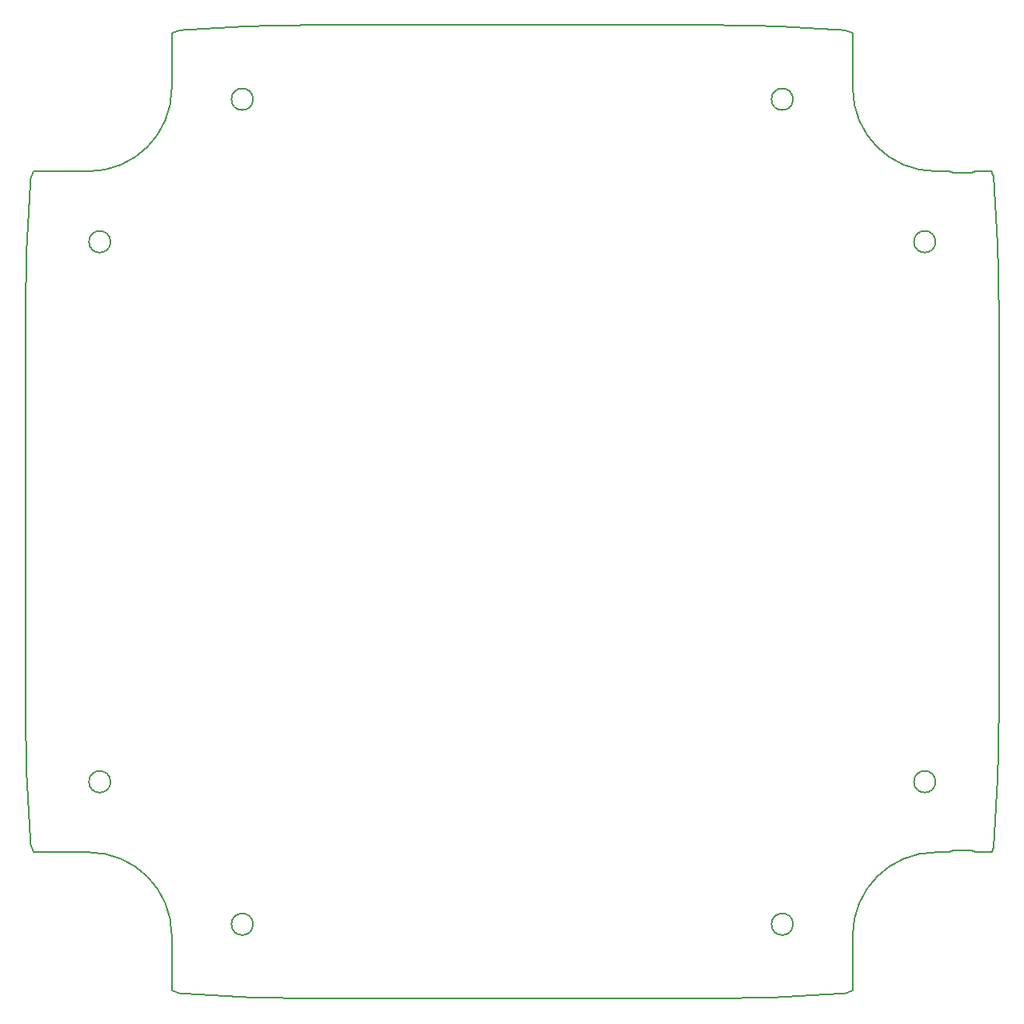
<source format=gbr>
G04 #@! TF.GenerationSoftware,KiCad,Pcbnew,(5.0.2)-1*
G04 #@! TF.CreationDate,2019-02-02T15:46:14-06:00*
G04 #@! TF.ProjectId,Motor test module,4d6f746f-7220-4746-9573-74206d6f6475,rev?*
G04 #@! TF.SameCoordinates,Original*
G04 #@! TF.FileFunction,Profile,NP*
%FSLAX46Y46*%
G04 Gerber Fmt 4.6, Leading zero omitted, Abs format (unit mm)*
G04 Created by KiCad (PCBNEW (5.0.2)-1) date 2/2/2019 3:46:14 PM*
%MOMM*%
%LPD*%
G01*
G04 APERTURE LIST*
%ADD10C,0.200000*%
G04 APERTURE END LIST*
D10*
X179319950Y-131172700D02*
G75*
G03X179319950Y-131172700I-1143000J0D01*
G01*
X185212900Y-138628000D02*
X185213700Y-138627800D01*
X185213700Y-138627800D02*
X185214500Y-138627500D01*
X185212100Y-138628300D02*
X185212900Y-138628000D01*
X185208200Y-138629500D02*
X185209000Y-138629300D01*
X185210600Y-138628800D02*
X185211300Y-138628600D01*
X185207400Y-138629800D02*
X185208200Y-138629500D01*
X185209000Y-138629300D02*
X185209800Y-138629100D01*
X185209800Y-138629100D02*
X185210600Y-138628800D01*
X185211300Y-138628600D02*
X185212100Y-138628300D01*
X185206600Y-138630000D02*
X185207400Y-138629800D01*
X185214500Y-138627500D02*
X185215300Y-138627200D01*
X185241800Y-138612200D02*
X185242500Y-138611700D01*
X185239900Y-138613700D02*
X185240500Y-138613200D01*
X185234400Y-138617500D02*
X185235100Y-138617100D01*
X185233000Y-138618400D02*
X185233700Y-138618000D01*
X185239200Y-138614200D02*
X185239900Y-138613700D01*
X185241200Y-138612700D02*
X185241800Y-138612200D01*
X185243800Y-138610700D02*
X185244400Y-138610100D01*
X185240500Y-138613200D02*
X185241200Y-138612700D01*
X185235800Y-138616600D02*
X185236500Y-138616100D01*
X185233700Y-138618000D02*
X185234400Y-138617500D01*
X185243100Y-138611200D02*
X185243800Y-138610700D01*
X185237900Y-138615200D02*
X185238500Y-138614700D01*
X185235100Y-138617100D02*
X185235800Y-138616600D01*
X185237200Y-138615700D02*
X185237900Y-138615200D01*
X185236500Y-138616100D02*
X185237200Y-138615700D01*
X185242500Y-138611700D02*
X185243100Y-138611200D01*
X185232300Y-138618800D02*
X185233000Y-138618400D01*
X185231600Y-138619300D02*
X185232300Y-138618800D01*
X185245000Y-138609600D02*
X185245700Y-138609100D01*
X185246300Y-138608500D02*
X185246900Y-138608000D01*
X185238500Y-138614700D02*
X185239200Y-138614200D01*
X185245700Y-138609100D02*
X185246300Y-138608500D01*
X185244400Y-138610100D02*
X185245000Y-138609600D01*
X89689700Y-138633188D02*
G75*
G02X98485212Y-147428700I0J-8795512D01*
G01*
X83858644Y-138633188D02*
X89689700Y-138633188D01*
X113883200Y-154127188D02*
G75*
G02X99325088Y-153563435I0J188252925D01*
G01*
X89689700Y-66562212D02*
X83858644Y-66562212D01*
X169716312Y-153563435D02*
G75*
G02X155158200Y-154127188I-14558112J187689172D01*
G01*
X98485212Y-147428700D02*
X98485212Y-153259756D01*
X82991212Y-81960200D02*
X82991212Y-123235200D01*
X82991212Y-81960200D02*
G75*
G02X83554965Y-67402088I188252926J0D01*
G01*
X83554965Y-137793312D02*
G75*
G02X82991212Y-123235200I187689173J14558112D01*
G01*
X170556188Y-153259756D02*
X170556188Y-147428700D01*
X113883200Y-154127188D02*
X155158200Y-154127188D01*
X185409600Y-138219400D02*
X185411300Y-138213200D01*
X185402200Y-138244000D02*
X185404100Y-138237900D01*
X185384700Y-138299300D02*
X185386700Y-138293100D01*
X185404100Y-138237900D02*
X185405900Y-138231700D01*
X185344900Y-138408400D02*
X185347300Y-138402400D01*
X185370000Y-138341900D02*
X185372100Y-138335800D01*
X185365600Y-138354000D02*
X185367800Y-138348000D01*
X185405900Y-138231700D02*
X185407800Y-138225500D01*
X185394600Y-138268600D02*
X185396600Y-138262500D01*
X185429600Y-138144800D02*
X185431200Y-138138600D01*
X185428100Y-138151000D02*
X185429600Y-138144800D01*
X185426500Y-138157300D02*
X185428100Y-138151000D01*
X185424900Y-138163500D02*
X185426500Y-138157300D01*
X185413100Y-138207000D02*
X185414800Y-138200800D01*
X185423200Y-138169700D02*
X185424900Y-138163500D01*
X185378500Y-138317600D02*
X185380600Y-138311500D01*
X185352000Y-138390300D02*
X185354300Y-138384300D01*
X185342500Y-138414400D02*
X185344900Y-138408400D01*
X185396600Y-138262500D02*
X185398500Y-138256300D01*
X185382600Y-138305400D02*
X185384700Y-138299300D01*
X185388700Y-138287000D02*
X185390700Y-138280900D01*
X185418300Y-138188400D02*
X185419900Y-138182200D01*
X185380600Y-138311500D02*
X185382600Y-138305400D01*
X185349700Y-138396400D02*
X185352000Y-138390300D01*
X185374300Y-138329700D02*
X185376400Y-138323700D01*
X185421600Y-138176000D02*
X185423200Y-138169700D01*
X185411300Y-138213200D02*
X185413100Y-138207000D01*
X185419900Y-138182200D02*
X185421600Y-138176000D01*
X185416600Y-138194600D02*
X185418300Y-138188400D01*
X185356600Y-138378300D02*
X185358900Y-138372200D01*
X185340100Y-138420400D02*
X185342500Y-138414400D01*
X185407800Y-138225500D02*
X185409600Y-138219400D01*
X185398500Y-138256300D02*
X185400400Y-138250200D01*
X185392700Y-138274800D02*
X185394600Y-138268600D01*
X185372100Y-138335800D02*
X185374300Y-138329700D01*
X185376400Y-138323700D02*
X185378500Y-138317600D01*
X185361100Y-138366200D02*
X185363400Y-138360100D01*
X185390700Y-138280900D02*
X185392700Y-138274800D01*
X185347300Y-138402400D02*
X185349700Y-138396400D01*
X185400400Y-138250200D02*
X185402200Y-138244000D01*
X185358900Y-138372200D02*
X185361100Y-138366200D01*
X185386700Y-138293100D02*
X185388700Y-138287000D01*
X185363400Y-138360100D02*
X185365600Y-138354000D01*
X185414800Y-138200800D02*
X185416600Y-138194600D01*
X185354300Y-138384300D02*
X185356600Y-138378300D01*
X185367800Y-138348000D02*
X185370000Y-138341900D01*
X185479000Y-137871400D02*
X185479700Y-137864900D01*
X185459300Y-138006100D02*
X185460400Y-137999800D01*
X185472500Y-137923000D02*
X185473400Y-137916600D01*
X185478200Y-137877800D02*
X185479000Y-137871400D01*
X185477500Y-137884300D02*
X185478200Y-137877800D01*
X185476700Y-137890800D02*
X185477500Y-137884300D01*
X185440100Y-138101000D02*
X185441500Y-138094700D01*
X185475900Y-137897200D02*
X185476700Y-137890800D01*
X185475100Y-137903700D02*
X185475900Y-137897200D01*
X185474200Y-137910100D02*
X185475100Y-137903700D01*
X185473400Y-137916600D02*
X185474200Y-137910100D01*
X185453400Y-138037900D02*
X185454600Y-138031500D01*
X185449600Y-138056900D02*
X185450900Y-138050500D01*
X185463700Y-137980600D02*
X185464700Y-137974300D01*
X185471600Y-137929400D02*
X185472500Y-137923000D01*
X185441500Y-138094700D02*
X185442900Y-138088400D01*
X185432700Y-138132300D02*
X185434200Y-138126000D01*
X185442900Y-138088400D02*
X185444300Y-138082100D01*
X185470700Y-137935800D02*
X185471600Y-137929400D01*
X185462600Y-137987000D02*
X185463700Y-137980600D01*
X185437200Y-138113500D02*
X185438600Y-138107200D01*
X185458100Y-138012500D02*
X185459300Y-138006100D01*
X185445600Y-138075800D02*
X185447000Y-138069500D01*
X185452100Y-138044200D02*
X185453400Y-138037900D01*
X185438600Y-138107200D02*
X185440100Y-138101000D01*
X185444300Y-138082100D02*
X185445600Y-138075800D01*
X185434200Y-138126000D02*
X185435700Y-138119800D01*
X185460400Y-137999800D02*
X185461500Y-137993400D01*
X185450900Y-138050500D02*
X185452100Y-138044200D01*
X185448300Y-138063200D02*
X185449600Y-138056900D01*
X185431200Y-138138600D02*
X185432700Y-138132300D01*
X185466800Y-137961500D02*
X185467800Y-137955100D01*
X185481100Y-137851900D02*
X185481800Y-137845400D01*
X185457000Y-138018800D02*
X185458100Y-138012500D01*
X185447000Y-138069500D02*
X185448300Y-138063200D01*
X185455800Y-138025200D02*
X185457000Y-138018800D01*
X185464700Y-137974300D02*
X185465800Y-137967900D01*
X185469700Y-137942300D02*
X185470700Y-137935800D01*
X185435700Y-138119800D02*
X185437200Y-138113500D01*
X185461500Y-137993400D02*
X185462600Y-137987000D01*
X185468800Y-137948700D02*
X185469700Y-137942300D01*
X185467800Y-137955100D02*
X185468800Y-137948700D01*
X185465800Y-137967900D02*
X185466800Y-137961500D01*
X185454600Y-138031500D02*
X185455800Y-138025200D01*
X185480400Y-137858400D02*
X185481100Y-137851900D01*
X185479700Y-137864900D02*
X185480400Y-137858400D01*
X164238700Y-58941450D02*
G75*
G03X164238700Y-58941450I-1143000J0D01*
G01*
X92007450Y-74022700D02*
G75*
G03X92007450Y-74022700I-1143000J0D01*
G01*
X185195100Y-66563100D02*
X185194300Y-66563000D01*
X107088700Y-146253950D02*
G75*
G03X107088700Y-146253950I-1143000J0D01*
G01*
X185191800Y-66562700D02*
X185191000Y-66562600D01*
X185192600Y-66562800D02*
X185191800Y-66562700D01*
X185191000Y-66562600D02*
X185190200Y-66562500D01*
X164238700Y-146253950D02*
G75*
G03X164238700Y-146253950I-1143000J0D01*
G01*
X185182756Y-66562212D02*
X183594094Y-66562212D01*
X185193400Y-66562900D02*
X185192600Y-66562800D01*
X185186100Y-66562300D02*
X185185200Y-66562200D01*
X185195900Y-66563200D02*
X185195100Y-66563100D01*
X185196700Y-66563300D02*
X185195900Y-66563200D01*
X185186900Y-66562300D02*
X185186100Y-66562300D01*
X185185200Y-66562200D02*
X185184400Y-66562200D01*
X185194300Y-66563000D02*
X185193400Y-66562900D01*
X92007450Y-131172700D02*
G75*
G03X92007450Y-131172700I-1143000J0D01*
G01*
X185190200Y-66562500D02*
X185189300Y-66562500D01*
X179319950Y-74022700D02*
G75*
G03X179319950Y-74022700I-1143000J0D01*
G01*
X107088700Y-58941450D02*
G75*
G03X107088700Y-58941450I-1143000J0D01*
G01*
X185184400Y-66562200D02*
X185183600Y-66562200D01*
X185189300Y-66562500D02*
X185188500Y-66562400D01*
X185183600Y-66562200D02*
X185182800Y-66562200D01*
X183109931Y-66735808D02*
X183594094Y-66562212D01*
X185188500Y-66562400D02*
X185187700Y-66562400D01*
X185187700Y-66562400D02*
X185186900Y-66562300D01*
X180738690Y-66562212D02*
X181222854Y-66735808D01*
X185221100Y-66570600D02*
X185220400Y-66570300D01*
X185227100Y-66573500D02*
X185226300Y-66573200D01*
X185230000Y-66575100D02*
X185229200Y-66574700D01*
X185240300Y-66582000D02*
X185239600Y-66581500D01*
X185210300Y-66566500D02*
X185209500Y-66566300D01*
X185216600Y-66568700D02*
X185215800Y-66568400D01*
X185211900Y-66567000D02*
X185211100Y-66566800D01*
X185225600Y-66572800D02*
X185224900Y-66572400D01*
X185224900Y-66572400D02*
X185224100Y-66572000D01*
X185239600Y-66581500D02*
X185239000Y-66581000D01*
X185234200Y-66577700D02*
X185233500Y-66577300D01*
X185217300Y-66569000D02*
X185216600Y-66568700D01*
X185224100Y-66572000D02*
X185223400Y-66571700D01*
X185197500Y-66563400D02*
X185196700Y-66563300D01*
X185234900Y-66578200D02*
X185234200Y-66577700D01*
X185198300Y-66563600D02*
X185197500Y-66563400D01*
X185199100Y-66563700D02*
X185198300Y-66563600D01*
X185199900Y-66563900D02*
X185199100Y-66563700D01*
X185200800Y-66564000D02*
X185199900Y-66563900D01*
X185201600Y-66564200D02*
X185200800Y-66564000D01*
X185226300Y-66573200D02*
X185225600Y-66572800D01*
X185233500Y-66577300D02*
X185232800Y-66576800D01*
X185202400Y-66564400D02*
X185201600Y-66564200D01*
X185203200Y-66564600D02*
X185202400Y-66564400D01*
X185223400Y-66571700D02*
X185222600Y-66571300D01*
X185214200Y-66567800D02*
X185213500Y-66567600D01*
X185204000Y-66564800D02*
X185203200Y-66564600D01*
X185204800Y-66564900D02*
X185204000Y-66564800D01*
X185205600Y-66565200D02*
X185204800Y-66564900D01*
X185220400Y-66570300D02*
X185219600Y-66570000D01*
X185232100Y-66576400D02*
X185231400Y-66576000D01*
X185235600Y-66578600D02*
X185234900Y-66578200D01*
X185227800Y-66573900D02*
X185227100Y-66573500D01*
X185211100Y-66566800D02*
X185210300Y-66566500D01*
X185212700Y-66567300D02*
X185211900Y-66567000D01*
X185229200Y-66574700D02*
X185228500Y-66574300D01*
X185218100Y-66569300D02*
X185217300Y-66569000D01*
X185236300Y-66579100D02*
X185235600Y-66578600D01*
X185242300Y-66583500D02*
X185241600Y-66583000D01*
X185244200Y-66585100D02*
X185243600Y-66584600D01*
X185215000Y-66568100D02*
X185214200Y-66567800D01*
X185207200Y-66565600D02*
X185206400Y-66565400D01*
X185208700Y-66566000D02*
X185208000Y-66565800D01*
X185209500Y-66566300D02*
X185208700Y-66566000D01*
X185237000Y-66579600D02*
X185236300Y-66579100D01*
X185213500Y-66567600D02*
X185212700Y-66567300D01*
X185219600Y-66570000D02*
X185218800Y-66569600D01*
X185232800Y-66576800D02*
X185232100Y-66576400D01*
X185241000Y-66582500D02*
X185240300Y-66582000D01*
X185237600Y-66580000D02*
X185237000Y-66579600D01*
X185221900Y-66571000D02*
X185221100Y-66570600D01*
X185239000Y-66581000D02*
X185238300Y-66580500D01*
X185243600Y-66584600D02*
X185242900Y-66584000D01*
X185222600Y-66571300D02*
X185221900Y-66571000D01*
X185228500Y-66574300D02*
X185227800Y-66573900D01*
X185242900Y-66584000D02*
X185242300Y-66583500D01*
X185230700Y-66575600D02*
X185230000Y-66575100D01*
X185231400Y-66576000D02*
X185230700Y-66575600D01*
X185241600Y-66583000D02*
X185241000Y-66582500D01*
X185215800Y-66568400D02*
X185215000Y-66568100D01*
X185238300Y-66580500D02*
X185237600Y-66580000D01*
X185206400Y-66565400D02*
X185205600Y-66565200D01*
X185208000Y-66565800D02*
X185207200Y-66565600D01*
X185218800Y-66569600D02*
X185218100Y-66569300D01*
X185256600Y-138597800D02*
X185257100Y-138597200D01*
X185254400Y-138600300D02*
X185255000Y-138599700D01*
X185253900Y-138601000D02*
X185254400Y-138600300D01*
X185249900Y-138605100D02*
X185250500Y-138604500D01*
X185249300Y-138605700D02*
X185249900Y-138605100D01*
X185248700Y-138606300D02*
X185249300Y-138605700D01*
X185246900Y-138608000D02*
X185247500Y-138607400D01*
X185250500Y-138604500D02*
X185251100Y-138604000D01*
X185255000Y-138599700D02*
X185255500Y-138599100D01*
X185257100Y-138597200D02*
X185257600Y-138596600D01*
X185248100Y-138606800D02*
X185248700Y-138606300D01*
X185259100Y-138594600D02*
X185259600Y-138594000D01*
X185256100Y-138598500D02*
X185256600Y-138597800D01*
X185247500Y-138607400D02*
X185248100Y-138606800D01*
X185258600Y-138595300D02*
X185259100Y-138594600D01*
X185258100Y-138595900D02*
X185258600Y-138595300D01*
X185257600Y-138596600D02*
X185258100Y-138595900D01*
X185255500Y-138599100D02*
X185256100Y-138598500D01*
X185251100Y-138604000D02*
X185251600Y-138603400D01*
X185253300Y-138601600D02*
X185253900Y-138601000D01*
X185252200Y-138602800D02*
X185252800Y-138602200D01*
X185251600Y-138603400D02*
X185252200Y-138602800D01*
X185252800Y-138602200D02*
X185253300Y-138601600D01*
X185307100Y-138498100D02*
X185309700Y-138492100D01*
X185285100Y-138545400D02*
X185287900Y-138539500D01*
X185335300Y-138432400D02*
X185337700Y-138426400D01*
X185330300Y-138444400D02*
X185332800Y-138438400D01*
X185332800Y-138438400D02*
X185335300Y-138432400D01*
X185320200Y-138468300D02*
X185322700Y-138462300D01*
X185327800Y-138450400D02*
X185330300Y-138444400D01*
X185293500Y-138527700D02*
X185296200Y-138521800D01*
X185325300Y-138456400D02*
X185327800Y-138450400D01*
X185287900Y-138539500D02*
X185290700Y-138533600D01*
X185322700Y-138462300D02*
X185325300Y-138456400D01*
X185279400Y-138557200D02*
X185282300Y-138551300D01*
X185296200Y-138521800D02*
X185299000Y-138515800D01*
X185317600Y-138474300D02*
X185320200Y-138468300D01*
X185304400Y-138504000D02*
X185307100Y-138498100D01*
X185290700Y-138533600D02*
X185293500Y-138527700D01*
X185299000Y-138515800D02*
X185301700Y-138509900D01*
X185315000Y-138480200D02*
X185317600Y-138474300D01*
X185309700Y-138492100D02*
X185312400Y-138486200D01*
X185282300Y-138551300D02*
X185285100Y-138545400D01*
X185312400Y-138486200D02*
X185315000Y-138480200D01*
X185301700Y-138509900D02*
X185304400Y-138504000D01*
X185337700Y-138426400D02*
X185340100Y-138420400D01*
X155158200Y-51068212D02*
G75*
G02X169716312Y-51631965I0J-188252926D01*
G01*
X179351700Y-66562212D02*
G75*
G02X170556188Y-57766700I0J8795512D01*
G01*
X183109931Y-66735808D02*
X181222854Y-66735808D01*
X98485212Y-57766700D02*
G75*
G02X89689700Y-66562212I-8795512J0D01*
G01*
X170556188Y-57766700D02*
X170556188Y-51935644D01*
X98485212Y-51935644D02*
X98485212Y-57766700D01*
X99325088Y-51631965D02*
G75*
G02X113883200Y-51068212I14558112J-187689173D01*
G01*
X155158200Y-51068212D02*
X113883200Y-51068212D01*
X180738690Y-66562212D02*
X179351700Y-66562212D01*
X185205000Y-138630400D02*
X185205800Y-138630200D01*
X185203400Y-138630800D02*
X185204200Y-138630600D01*
X185204200Y-138630600D02*
X185205000Y-138630400D01*
X185197700Y-138631900D02*
X185198500Y-138631800D01*
X185202600Y-138631000D02*
X185203400Y-138630800D01*
X185201700Y-138631200D02*
X185202600Y-138631000D01*
X185200100Y-138631500D02*
X185200900Y-138631300D01*
X185199300Y-138631600D02*
X185200100Y-138631500D01*
X185200900Y-138631300D02*
X185201700Y-138631200D01*
X185198500Y-138631800D02*
X185199300Y-138631600D01*
X185205800Y-138630200D02*
X185206600Y-138630000D01*
X185249700Y-66590100D02*
X185249100Y-66589500D01*
X185252100Y-66592400D02*
X185251500Y-66591800D01*
X185254300Y-66594900D02*
X185253800Y-66594300D01*
X185258500Y-66600000D02*
X185258000Y-66599300D01*
X185244800Y-66585600D02*
X185244200Y-66585100D01*
X185245500Y-66586200D02*
X185244800Y-66585600D01*
X185246100Y-66586700D02*
X185245500Y-66586200D01*
X185246700Y-66587300D02*
X185246100Y-66586700D01*
X185259000Y-66600600D02*
X185258500Y-66600000D01*
X185247300Y-66587800D02*
X185246700Y-66587300D01*
X185247900Y-66588400D02*
X185247300Y-66587800D01*
X185253200Y-66593700D02*
X185252600Y-66593000D01*
X185248500Y-66588900D02*
X185247900Y-66588400D01*
X185255400Y-66596100D02*
X185254900Y-66595500D01*
X185249100Y-66589500D02*
X185248500Y-66588900D01*
X185250300Y-66590700D02*
X185249700Y-66590100D01*
X185250900Y-66591300D02*
X185250300Y-66590700D01*
X185259500Y-66601300D02*
X185259000Y-66600600D01*
X185251500Y-66591800D02*
X185250900Y-66591300D01*
X185257500Y-66598700D02*
X185257000Y-66598000D01*
X185258000Y-66599300D02*
X185257500Y-66598700D01*
X185255900Y-66596800D02*
X185255400Y-66596100D01*
X185256500Y-66597400D02*
X185255900Y-66596800D01*
X185257000Y-66598000D02*
X185256500Y-66597400D01*
X185260000Y-66602000D02*
X185259500Y-66601300D01*
X185254900Y-66595500D02*
X185254300Y-66594900D01*
X185252600Y-66593000D02*
X185252100Y-66592400D01*
X185253800Y-66594300D02*
X185253200Y-66593700D01*
X185356600Y-66817100D02*
X185354300Y-66811100D01*
X185264200Y-66608200D02*
X185263800Y-66607500D01*
X185337700Y-66769000D02*
X185335300Y-66763000D01*
X185361100Y-66829200D02*
X185358900Y-66823200D01*
X185265100Y-66609600D02*
X185264600Y-66608900D01*
X185299000Y-66679600D02*
X185296200Y-66673600D01*
X185267100Y-66613300D02*
X185266700Y-66612500D01*
X185376400Y-66871700D02*
X185374300Y-66865700D01*
X185320200Y-66727100D02*
X185317600Y-66721100D01*
X185273700Y-66626500D02*
X185270800Y-66620600D01*
X185332800Y-66757000D02*
X185330300Y-66751000D01*
X185262900Y-66606100D02*
X185262400Y-66605400D01*
X185352000Y-66805100D02*
X185349700Y-66799000D01*
X185264600Y-66608900D02*
X185264200Y-66608200D01*
X185285100Y-66650000D02*
X185282300Y-66644100D01*
X185354300Y-66811100D02*
X185352000Y-66805100D01*
X185267500Y-66614000D02*
X185267100Y-66613300D01*
X185260500Y-66602700D02*
X185260000Y-66602000D01*
X185261000Y-66603300D02*
X185260500Y-66602700D01*
X185261500Y-66604000D02*
X185261000Y-66603300D01*
X185262000Y-66604700D02*
X185261500Y-66604000D01*
X185293500Y-66667700D02*
X185290700Y-66661800D01*
X185263300Y-66606800D02*
X185262900Y-66606100D01*
X185263800Y-66607500D02*
X185263300Y-66606800D01*
X185265500Y-66610300D02*
X185265100Y-66609600D01*
X185347300Y-66793000D02*
X185344900Y-66787000D01*
X185265900Y-66611100D02*
X185265500Y-66610300D01*
X185266300Y-66611800D02*
X185265900Y-66611100D01*
X185374300Y-66865700D02*
X185372100Y-66859600D01*
X185307100Y-66697300D02*
X185304400Y-66691400D01*
X185367800Y-66847400D02*
X185365600Y-66841400D01*
X185378500Y-66877800D02*
X185376400Y-66871700D01*
X185266700Y-66612500D02*
X185266300Y-66611800D01*
X185267800Y-66614700D02*
X185267500Y-66614000D01*
X185270800Y-66620600D02*
X185267800Y-66614700D01*
X185276600Y-66632400D02*
X185273700Y-66626500D01*
X185296200Y-66673600D02*
X185293500Y-66667700D01*
X185327800Y-66745000D02*
X185325300Y-66739000D01*
X185380600Y-66883900D02*
X185378500Y-66877800D01*
X185340100Y-66775000D02*
X185337700Y-66769000D01*
X185309700Y-66703300D02*
X185307100Y-66697300D01*
X185365600Y-66841400D02*
X185363400Y-66835300D01*
X185279400Y-66638200D02*
X185276600Y-66632400D01*
X185287900Y-66655900D02*
X185285100Y-66650000D01*
X185290700Y-66661800D02*
X185287900Y-66655900D01*
X185322700Y-66733100D02*
X185320200Y-66727100D01*
X185342500Y-66781000D02*
X185340100Y-66775000D01*
X185330300Y-66751000D02*
X185327800Y-66745000D01*
X185349700Y-66799000D02*
X185347300Y-66793000D01*
X185301700Y-66685500D02*
X185299000Y-66679600D01*
X185304400Y-66691400D02*
X185301700Y-66685500D01*
X185315000Y-66715200D02*
X185312400Y-66709200D01*
X185358900Y-66823200D02*
X185356600Y-66817100D01*
X185325300Y-66739000D02*
X185322700Y-66733100D01*
X185370000Y-66853500D02*
X185367800Y-66847400D01*
X185335300Y-66763000D02*
X185332800Y-66757000D01*
X185344900Y-66787000D02*
X185342500Y-66781000D01*
X185312400Y-66709200D02*
X185309700Y-66703300D01*
X185317600Y-66721100D02*
X185315000Y-66715200D01*
X185372100Y-66859600D02*
X185370000Y-66853500D01*
X185382600Y-66890000D02*
X185380600Y-66883900D01*
X185282300Y-66644100D02*
X185279400Y-66638200D01*
X185262400Y-66605400D02*
X185262000Y-66604700D01*
X185363400Y-66835300D02*
X185361100Y-66829200D01*
X185455800Y-67170200D02*
X185454600Y-67163900D01*
X185396600Y-66932900D02*
X185394600Y-66926800D01*
X185398500Y-66939100D02*
X185396600Y-66932900D01*
X185447000Y-67125900D02*
X185445600Y-67119600D01*
X185400400Y-66945200D02*
X185398500Y-66939100D01*
X185404100Y-66957500D02*
X185402200Y-66951400D01*
X185411300Y-66982200D02*
X185409600Y-66976000D01*
X185450900Y-67144900D02*
X185449600Y-67138500D01*
X185445600Y-67119600D02*
X185444300Y-67113300D01*
X185440100Y-67094400D02*
X185438600Y-67088200D01*
X185457000Y-67176600D02*
X185455800Y-67170200D01*
X185424900Y-67031900D02*
X185423200Y-67025700D01*
X185453400Y-67157500D02*
X185452100Y-67151200D01*
X185407800Y-66969900D02*
X185405900Y-66963700D01*
X185418300Y-67007000D02*
X185416600Y-67000800D01*
X185435700Y-67075600D02*
X185434200Y-67069400D01*
X185442900Y-67107000D02*
X185441500Y-67100700D01*
X185423200Y-67025700D02*
X185421600Y-67019400D01*
X185449600Y-67138500D02*
X185448300Y-67132200D01*
X185429600Y-67050600D02*
X185428100Y-67044400D01*
X185444300Y-67113300D02*
X185442900Y-67107000D01*
X185426500Y-67038100D02*
X185424900Y-67031900D01*
X185432700Y-67063100D02*
X185431200Y-67056800D01*
X185384700Y-66896100D02*
X185382600Y-66890000D01*
X185405900Y-66963700D02*
X185404100Y-66957500D01*
X185416600Y-67000800D02*
X185414800Y-66994600D01*
X185388700Y-66908400D02*
X185386700Y-66902300D01*
X185392700Y-66920600D02*
X185390700Y-66914500D01*
X185409600Y-66976000D02*
X185407800Y-66969900D01*
X185428100Y-67044400D02*
X185426500Y-67038100D01*
X185414800Y-66994600D02*
X185413100Y-66988400D01*
X185452100Y-67151200D02*
X185450900Y-67144900D01*
X185431200Y-67056800D02*
X185429600Y-67050600D01*
X185413100Y-66988400D02*
X185411300Y-66982200D01*
X185386700Y-66902300D02*
X185384700Y-66896100D01*
X185438600Y-67088200D02*
X185437200Y-67081900D01*
X185419900Y-67013200D02*
X185418300Y-67007000D01*
X185437200Y-67081900D02*
X185435700Y-67075600D01*
X185434200Y-67069400D02*
X185432700Y-67063100D01*
X185441500Y-67100700D02*
X185440100Y-67094400D01*
X185454600Y-67163900D02*
X185453400Y-67157500D01*
X185390700Y-66914500D02*
X185388700Y-66908400D01*
X185394600Y-66926800D02*
X185392700Y-66920600D01*
X185448300Y-67132200D02*
X185447000Y-67125900D01*
X185402200Y-66951400D02*
X185400400Y-66945200D01*
X185421600Y-67019400D02*
X185419900Y-67013200D01*
X185264700Y-138586400D02*
X185265100Y-138585700D01*
X185263800Y-138587800D02*
X185264200Y-138587100D01*
X185262900Y-138589200D02*
X185263400Y-138588500D01*
X185265100Y-138585700D02*
X185265500Y-138585000D01*
X185263400Y-138588500D02*
X185263800Y-138587800D01*
X185260600Y-138592600D02*
X185261100Y-138592000D01*
X185270800Y-138574800D02*
X185273700Y-138568900D01*
X185262000Y-138590600D02*
X185262500Y-138589900D01*
X185262500Y-138589900D02*
X185262900Y-138589200D01*
X185261100Y-138592000D02*
X185261600Y-138591300D01*
X185267800Y-138580700D02*
X185270800Y-138574800D01*
X185267500Y-138581400D02*
X185267800Y-138580700D01*
X185266300Y-138583600D02*
X185266700Y-138582800D01*
X185265900Y-138584300D02*
X185266300Y-138583600D01*
X185260100Y-138593300D02*
X185260600Y-138592600D01*
X185264200Y-138587100D02*
X185264700Y-138586400D01*
X185276600Y-138563000D02*
X185279400Y-138557200D01*
X185266700Y-138582800D02*
X185267100Y-138582100D01*
X185273700Y-138568900D02*
X185276600Y-138563000D01*
X185259600Y-138594000D02*
X185260100Y-138593300D01*
X185267100Y-138582100D02*
X185267500Y-138581400D01*
X185261600Y-138591300D02*
X185262000Y-138590600D01*
X185265500Y-138585000D02*
X185265900Y-138584300D01*
X183594094Y-138633188D02*
X185182756Y-138633188D01*
X185183600Y-138633200D02*
X185184400Y-138633200D01*
X170556188Y-147428700D02*
G75*
G02X179351700Y-138633188I8795512J0D01*
G01*
X185187800Y-138633000D02*
X185188600Y-138633000D01*
X179351700Y-138633188D02*
X180738690Y-138633188D01*
X185186900Y-138633100D02*
X185187800Y-138633000D01*
X185186100Y-138633100D02*
X185186900Y-138633100D01*
X185185300Y-138633200D02*
X185186100Y-138633100D01*
X183109931Y-138459592D02*
X181222854Y-138459592D01*
X185182800Y-138633200D02*
X185183600Y-138633200D01*
X185184400Y-138633200D02*
X185185300Y-138633200D01*
X185464700Y-67221100D02*
X185463700Y-67214800D01*
X185467800Y-67240300D02*
X185466800Y-67233900D01*
X185468800Y-67246700D02*
X185467800Y-67240300D01*
X185484300Y-67376000D02*
X185483700Y-67369500D01*
X185474200Y-67285300D02*
X185473400Y-67278800D01*
X185476700Y-67304600D02*
X185475900Y-67298200D01*
X185478200Y-67317600D02*
X185477500Y-67311100D01*
X185483700Y-137825900D02*
X185484300Y-137819400D01*
X185462600Y-67208400D02*
X185461500Y-67202000D01*
X185472500Y-67272400D02*
X185471600Y-67266000D01*
X185481100Y-67343500D02*
X185480400Y-67337000D01*
X185463700Y-67214800D02*
X185462600Y-67208400D01*
X185465800Y-67227500D02*
X185464700Y-67221100D01*
X185483000Y-67363000D02*
X185482400Y-67356500D01*
X185484800Y-137812900D02*
X185485400Y-137806400D01*
X185483000Y-137832400D02*
X185483700Y-137825900D01*
X185471600Y-67266000D02*
X185470700Y-67259600D01*
X185481800Y-137845400D02*
X185482400Y-137838900D01*
X185466800Y-67233900D02*
X185465800Y-67227500D01*
X185469700Y-67253100D02*
X185468800Y-67246700D01*
X186050188Y-123235200D02*
X186050188Y-81960200D01*
X185485900Y-67395600D02*
X185485400Y-67389000D01*
X185482400Y-137838900D02*
X185483000Y-137832400D01*
X185475900Y-67298200D02*
X185475100Y-67291700D01*
X185486435Y-67402088D02*
G75*
G02X186050188Y-81960200I-187689173J-14558112D01*
G01*
X185485400Y-137806400D02*
X185485900Y-137799800D01*
X185473400Y-67278800D02*
X185472500Y-67272400D01*
X185483700Y-67369500D02*
X185483000Y-67363000D01*
X185475100Y-67291700D02*
X185474200Y-67285300D01*
X185477500Y-67311100D02*
X185476700Y-67304600D01*
X185486400Y-67402100D02*
X185485900Y-67395600D01*
X185479000Y-67324000D02*
X185478200Y-67317600D01*
X185482400Y-67356500D02*
X185481800Y-67350000D01*
X185479700Y-67330500D02*
X185479000Y-67324000D01*
X185481800Y-67350000D02*
X185481100Y-67343500D01*
X185485400Y-67389000D02*
X185484800Y-67382500D01*
X186050188Y-123235200D02*
G75*
G02X185486435Y-137793312I-188252926J0D01*
G01*
X185470700Y-67259600D02*
X185469700Y-67253100D01*
X185484300Y-137819400D02*
X185484800Y-137812900D01*
X185458100Y-67182900D02*
X185457000Y-67176600D01*
X185459300Y-67189300D02*
X185458100Y-67182900D01*
X185460400Y-67195600D02*
X185459300Y-67189300D01*
X185484800Y-67382500D02*
X185484300Y-67376000D01*
X185485900Y-137799800D02*
X185486400Y-137793300D01*
X185480400Y-67337000D02*
X185479700Y-67330500D01*
X185461500Y-67202000D02*
X185460400Y-67195600D01*
X185222100Y-138624300D02*
X185222900Y-138624000D01*
X185221400Y-138624700D02*
X185222100Y-138624300D01*
X185217600Y-138626300D02*
X185218300Y-138626000D01*
X185216800Y-138626600D02*
X185217600Y-138626300D01*
X185220600Y-138625000D02*
X185221400Y-138624700D01*
X185219900Y-138625300D02*
X185220600Y-138625000D01*
X185219100Y-138625700D02*
X185219900Y-138625300D01*
X185216000Y-138626900D02*
X185216800Y-138626600D01*
X185215300Y-138627200D02*
X185216000Y-138626900D01*
X185218300Y-138626000D02*
X185219100Y-138625700D01*
X185222900Y-138624000D02*
X185223600Y-138623600D01*
X83858644Y-66562212D02*
X83554965Y-67402088D01*
X169716312Y-51631965D02*
X170556188Y-51935644D01*
X180738690Y-138633188D02*
X181222854Y-138459592D01*
X98485212Y-153259756D02*
X99325088Y-153563435D01*
X169716312Y-153563435D02*
X170556188Y-153259756D01*
X99325088Y-51631965D02*
X98485212Y-51935644D01*
X183109931Y-138459592D02*
X183594094Y-138633188D01*
X83554965Y-137793312D02*
X83858644Y-138633188D01*
X185191900Y-138632700D02*
X185192700Y-138632600D01*
X185196800Y-138632100D02*
X185197700Y-138631900D01*
X185195200Y-138632300D02*
X185196000Y-138632200D01*
X185196000Y-138632200D02*
X185196800Y-138632100D01*
X185190200Y-138632900D02*
X185191100Y-138632800D01*
X185194400Y-138632400D02*
X185195200Y-138632300D01*
X185193600Y-138632500D02*
X185194400Y-138632400D01*
X185191100Y-138632800D02*
X185191900Y-138632700D01*
X185192700Y-138632600D02*
X185193600Y-138632500D01*
X185189400Y-138632900D02*
X185190200Y-138632900D01*
X185188600Y-138633000D02*
X185189400Y-138632900D01*
X185228000Y-138621300D02*
X185228800Y-138620900D01*
X185224400Y-138623200D02*
X185225100Y-138622900D01*
X185223600Y-138623600D02*
X185224400Y-138623200D01*
X185225100Y-138622900D02*
X185225900Y-138622500D01*
X185230200Y-138620100D02*
X185230900Y-138619700D01*
X185230900Y-138619700D02*
X185231600Y-138619300D01*
X185228800Y-138620900D02*
X185229500Y-138620500D01*
X185227300Y-138621700D02*
X185228000Y-138621300D01*
X185226600Y-138622100D02*
X185227300Y-138621700D01*
X185225900Y-138622500D02*
X185226600Y-138622100D01*
X185229500Y-138620500D02*
X185230200Y-138620100D01*
M02*

</source>
